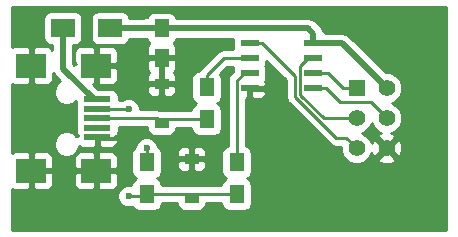
<source format=gtl>
G04 #@! TF.FileFunction,Copper,L1,Top,Signal*
%FSLAX46Y46*%
G04 Gerber Fmt 4.6, Leading zero omitted, Abs format (unit mm)*
G04 Created by KiCad (PCBNEW 4.0.3-stable) date Thursday, December 22, 2016 'PMt' 07:32:28 PM*
%MOMM*%
%LPD*%
G01*
G04 APERTURE LIST*
%ADD10C,0.100000*%
%ADD11C,0.600000*%
%ADD12R,1.250000X1.500000*%
%ADD13R,1.220000X0.910000*%
%ADD14R,2.000000X1.600000*%
%ADD15R,1.550000X0.600000*%
%ADD16R,2.301240X0.500380*%
%ADD17R,2.499360X1.998980*%
%ADD18R,1.300000X1.500000*%
%ADD19R,1.400000X1.400000*%
%ADD20C,1.400000*%
%ADD21C,0.508000*%
%ADD22C,0.254000*%
G04 APERTURE END LIST*
D10*
D11*
X93345000Y-41910000D03*
X87630000Y-45720000D03*
X93345000Y-58420000D03*
X107315000Y-43180000D03*
X107315000Y-58420000D03*
D12*
X85090000Y-43200000D03*
X85090000Y-45700000D03*
D13*
X85090000Y-51165000D03*
X85090000Y-47895000D03*
X87630000Y-57515000D03*
X87630000Y-54245000D03*
D14*
X80740000Y-43180000D03*
X76740000Y-43180000D03*
D15*
X92550000Y-44450000D03*
X92550000Y-45720000D03*
X92550000Y-46990000D03*
X92550000Y-48260000D03*
X97950000Y-48260000D03*
X97950000Y-46990000D03*
X97950000Y-45720000D03*
X97950000Y-44450000D03*
D16*
X79649320Y-49199800D03*
X79649320Y-49999900D03*
X79649320Y-50800000D03*
X79649320Y-51600100D03*
X79649320Y-52400200D03*
D17*
X79550260Y-46349920D03*
X74051160Y-46349920D03*
X79550260Y-55250080D03*
X74051160Y-55250080D03*
D18*
X83820000Y-54530000D03*
X83820000Y-57230000D03*
X88900000Y-48180000D03*
X88900000Y-50880000D03*
X91440000Y-54530000D03*
X91440000Y-57230000D03*
D11*
X74295000Y-43180000D03*
X74295000Y-58420000D03*
D19*
X101600000Y-48260000D03*
D20*
X104140000Y-48260000D03*
X101600000Y-50800000D03*
X104140000Y-50800000D03*
X101600000Y-53340000D03*
X104140000Y-53340000D03*
D11*
X83820000Y-43180000D03*
X83820000Y-53340000D03*
X82296000Y-57404000D03*
X82296000Y-50038000D03*
D21*
X80740000Y-43180000D02*
X83820000Y-43180000D01*
X83820000Y-43180000D02*
X85070000Y-43180000D01*
D22*
X83820000Y-54530000D02*
X83820000Y-53340000D01*
D21*
X104140000Y-48260000D02*
X100330000Y-44450000D01*
X100330000Y-44450000D02*
X97950000Y-44450000D01*
X85090000Y-43200000D02*
X97508000Y-43200000D01*
X97508000Y-43200000D02*
X97950000Y-43642000D01*
X97950000Y-43642000D02*
X97950000Y-44450000D01*
X85070000Y-43180000D02*
X85090000Y-43200000D01*
D22*
X79649320Y-52400200D02*
X79649320Y-55151020D01*
X79649320Y-55151020D02*
X79550260Y-55250080D01*
X88900000Y-50880000D02*
X85375000Y-50880000D01*
X85375000Y-50880000D02*
X85090000Y-51165000D01*
X79649320Y-50800000D02*
X84725000Y-50800000D01*
X84725000Y-50800000D02*
X85090000Y-51165000D01*
X82296000Y-57404000D02*
X83646000Y-57404000D01*
X83646000Y-57404000D02*
X83820000Y-57230000D01*
X79649320Y-49999900D02*
X82257900Y-49999900D01*
X82257900Y-49999900D02*
X82296000Y-50038000D01*
X91440000Y-57230000D02*
X87915000Y-57230000D01*
X87915000Y-57230000D02*
X87630000Y-57515000D01*
X83820000Y-57230000D02*
X87345000Y-57230000D01*
X87345000Y-57230000D02*
X87630000Y-57515000D01*
D21*
X79649320Y-49199800D02*
X79333768Y-49199800D01*
X79333768Y-49199800D02*
X76740000Y-46606032D01*
X76740000Y-46606032D02*
X76740000Y-44488000D01*
X76740000Y-44488000D02*
X76740000Y-43180000D01*
D22*
X92550000Y-44450000D02*
X93579000Y-44450000D01*
X93579000Y-44450000D02*
X96393989Y-47264989D01*
X99860733Y-52476401D02*
X100736401Y-52476401D01*
X96393989Y-47264989D02*
X96393989Y-49009657D01*
X96393989Y-49009657D02*
X99860733Y-52476401D01*
X100736401Y-52476401D02*
X101600000Y-53340000D01*
X88900000Y-48180000D02*
X88900000Y-47176000D01*
X91521000Y-45720000D02*
X92550000Y-45720000D01*
X88900000Y-47176000D02*
X90356000Y-45720000D01*
X90356000Y-45720000D02*
X91521000Y-45720000D01*
X91440000Y-54530000D02*
X91440000Y-47625000D01*
X91440000Y-47625000D02*
X92075000Y-46990000D01*
X92075000Y-46990000D02*
X92550000Y-46990000D01*
X104140000Y-50800000D02*
X102790601Y-49450601D01*
X102790601Y-49450601D02*
X100169601Y-49450601D01*
X98979000Y-48260000D02*
X97950000Y-48260000D01*
X100169601Y-49450601D02*
X98979000Y-48260000D01*
X101600000Y-48260000D02*
X100482400Y-48260000D01*
X100482400Y-48260000D02*
X99212400Y-46990000D01*
X99212400Y-46990000D02*
X98979000Y-46990000D01*
X98979000Y-46990000D02*
X97950000Y-46990000D01*
X101600000Y-50800000D02*
X98826398Y-50800000D01*
X98826398Y-50800000D02*
X96847999Y-48821601D01*
X97475000Y-45720000D02*
X97950000Y-45720000D01*
X96847999Y-48821601D02*
X96847999Y-46347001D01*
X96847999Y-46347001D02*
X97475000Y-45720000D01*
G36*
X109145000Y-60250000D02*
X72465000Y-60250000D01*
X72465000Y-56797514D01*
X72675171Y-56884570D01*
X73765410Y-56884570D01*
X73924160Y-56725820D01*
X73924160Y-55377080D01*
X74178160Y-55377080D01*
X74178160Y-56725820D01*
X74336910Y-56884570D01*
X75427149Y-56884570D01*
X75660538Y-56787897D01*
X75839167Y-56609269D01*
X75935840Y-56375880D01*
X75935840Y-55535830D01*
X77665580Y-55535830D01*
X77665580Y-56375880D01*
X77762253Y-56609269D01*
X77940882Y-56787897D01*
X78174271Y-56884570D01*
X79264510Y-56884570D01*
X79423260Y-56725820D01*
X79423260Y-55377080D01*
X79677260Y-55377080D01*
X79677260Y-56725820D01*
X79836010Y-56884570D01*
X80926249Y-56884570D01*
X81159638Y-56787897D01*
X81338267Y-56609269D01*
X81434940Y-56375880D01*
X81434940Y-55535830D01*
X81276190Y-55377080D01*
X79677260Y-55377080D01*
X79423260Y-55377080D01*
X77824330Y-55377080D01*
X77665580Y-55535830D01*
X75935840Y-55535830D01*
X75777090Y-55377080D01*
X74178160Y-55377080D01*
X73924160Y-55377080D01*
X73904160Y-55377080D01*
X73904160Y-55123080D01*
X73924160Y-55123080D01*
X73924160Y-53774340D01*
X74178160Y-53774340D01*
X74178160Y-55123080D01*
X75777090Y-55123080D01*
X75935840Y-54964330D01*
X75935840Y-54124280D01*
X77665580Y-54124280D01*
X77665580Y-54964330D01*
X77824330Y-55123080D01*
X79423260Y-55123080D01*
X79423260Y-53774340D01*
X79677260Y-53774340D01*
X79677260Y-55123080D01*
X81276190Y-55123080D01*
X81434940Y-54964330D01*
X81434940Y-54124280D01*
X81338267Y-53890891D01*
X81159638Y-53712263D01*
X80926249Y-53615590D01*
X79836010Y-53615590D01*
X79677260Y-53774340D01*
X79423260Y-53774340D01*
X79264510Y-53615590D01*
X78174271Y-53615590D01*
X77940882Y-53712263D01*
X77762253Y-53890891D01*
X77665580Y-54124280D01*
X75935840Y-54124280D01*
X75839167Y-53890891D01*
X75660538Y-53712263D01*
X75427149Y-53615590D01*
X74336910Y-53615590D01*
X74178160Y-53774340D01*
X73924160Y-53774340D01*
X73765410Y-53615590D01*
X72675171Y-53615590D01*
X72465000Y-53702646D01*
X72465000Y-47897354D01*
X72675171Y-47984410D01*
X73765410Y-47984410D01*
X73924160Y-47825660D01*
X73924160Y-46476920D01*
X73904160Y-46476920D01*
X73904160Y-46222920D01*
X73924160Y-46222920D01*
X73924160Y-44874180D01*
X74178160Y-44874180D01*
X74178160Y-46222920D01*
X74198160Y-46222920D01*
X74198160Y-46476920D01*
X74178160Y-46476920D01*
X74178160Y-47825660D01*
X74336910Y-47984410D01*
X75427149Y-47984410D01*
X75660538Y-47887737D01*
X75839167Y-47709109D01*
X75935840Y-47475720D01*
X75935840Y-46971933D01*
X76072193Y-47176000D01*
X76111382Y-47234650D01*
X76522079Y-47645347D01*
X76437337Y-47680362D01*
X76131974Y-47985193D01*
X75966509Y-48383677D01*
X75966132Y-48815150D01*
X76130902Y-49213923D01*
X76435733Y-49519286D01*
X76834217Y-49684751D01*
X77265690Y-49685128D01*
X77664463Y-49520358D01*
X77851260Y-49333886D01*
X77851260Y-49449990D01*
X77880493Y-49605352D01*
X77851260Y-49749710D01*
X77851260Y-50250090D01*
X77880493Y-50405452D01*
X77851260Y-50549810D01*
X77851260Y-51050190D01*
X77880493Y-51205552D01*
X77851260Y-51349910D01*
X77851260Y-51850290D01*
X77877583Y-51990184D01*
X77863700Y-52023700D01*
X77863700Y-52116355D01*
X78008500Y-52261155D01*
X78016249Y-52273198D01*
X77863700Y-52273198D01*
X77863700Y-52278692D01*
X77666067Y-52080714D01*
X77267583Y-51915249D01*
X76836110Y-51914872D01*
X76437337Y-52079642D01*
X76131974Y-52384473D01*
X75966509Y-52782957D01*
X75966132Y-53214430D01*
X76130902Y-53613203D01*
X76435733Y-53918566D01*
X76834217Y-54084031D01*
X77265690Y-54084408D01*
X77664463Y-53919638D01*
X77969826Y-53614807D01*
X78135291Y-53216323D01*
X78135318Y-53185033D01*
X78139002Y-53188717D01*
X78372391Y-53285390D01*
X79363570Y-53285390D01*
X79522320Y-53126640D01*
X79522320Y-52525295D01*
X79776320Y-52525295D01*
X79776320Y-53126640D01*
X79935070Y-53285390D01*
X80926249Y-53285390D01*
X81159638Y-53188717D01*
X81338267Y-53010089D01*
X81434940Y-52776700D01*
X81434940Y-52684045D01*
X81276190Y-52525295D01*
X79776320Y-52525295D01*
X79522320Y-52525295D01*
X79502320Y-52525295D01*
X79502320Y-52497730D01*
X80799940Y-52497730D01*
X81035257Y-52453452D01*
X81251381Y-52314380D01*
X81282588Y-52268707D01*
X81434940Y-52116355D01*
X81434940Y-52023700D01*
X81419710Y-51986931D01*
X81447380Y-51850290D01*
X81447380Y-51562000D01*
X83832560Y-51562000D01*
X83832560Y-51620000D01*
X83876838Y-51855317D01*
X84015910Y-52071441D01*
X84228110Y-52216431D01*
X84480000Y-52267440D01*
X85700000Y-52267440D01*
X85935317Y-52223162D01*
X86151441Y-52084090D01*
X86296431Y-51871890D01*
X86342985Y-51642000D01*
X87604818Y-51642000D01*
X87646838Y-51865317D01*
X87785910Y-52081441D01*
X87998110Y-52226431D01*
X88250000Y-52277440D01*
X89550000Y-52277440D01*
X89785317Y-52233162D01*
X90001441Y-52094090D01*
X90146431Y-51881890D01*
X90197440Y-51630000D01*
X90197440Y-50130000D01*
X90153162Y-49894683D01*
X90014090Y-49678559D01*
X89801890Y-49533569D01*
X89788803Y-49530919D01*
X90001441Y-49394090D01*
X90146431Y-49181890D01*
X90197440Y-48930000D01*
X90197440Y-47430000D01*
X90153162Y-47194683D01*
X90077120Y-47076510D01*
X90671630Y-46482000D01*
X91169681Y-46482000D01*
X91127560Y-46690000D01*
X91127560Y-46859810D01*
X90901185Y-47086185D01*
X90736004Y-47333395D01*
X90678000Y-47625000D01*
X90678000Y-53153634D01*
X90554683Y-53176838D01*
X90338559Y-53315910D01*
X90193569Y-53528110D01*
X90142560Y-53780000D01*
X90142560Y-55280000D01*
X90186838Y-55515317D01*
X90325910Y-55731441D01*
X90538110Y-55876431D01*
X90551197Y-55879081D01*
X90338559Y-56015910D01*
X90193569Y-56228110D01*
X90144990Y-56468000D01*
X88498375Y-56468000D01*
X88491890Y-56463569D01*
X88240000Y-56412560D01*
X87020000Y-56412560D01*
X86784683Y-56456838D01*
X86767337Y-56468000D01*
X85115182Y-56468000D01*
X85073162Y-56244683D01*
X84934090Y-56028559D01*
X84721890Y-55883569D01*
X84708803Y-55880919D01*
X84921441Y-55744090D01*
X85066431Y-55531890D01*
X85117440Y-55280000D01*
X85117440Y-54530750D01*
X86385000Y-54530750D01*
X86385000Y-54826309D01*
X86481673Y-55059698D01*
X86660301Y-55238327D01*
X86893690Y-55335000D01*
X87344250Y-55335000D01*
X87503000Y-55176250D01*
X87503000Y-54372000D01*
X87757000Y-54372000D01*
X87757000Y-55176250D01*
X87915750Y-55335000D01*
X88366310Y-55335000D01*
X88599699Y-55238327D01*
X88778327Y-55059698D01*
X88875000Y-54826309D01*
X88875000Y-54530750D01*
X88716250Y-54372000D01*
X87757000Y-54372000D01*
X87503000Y-54372000D01*
X86543750Y-54372000D01*
X86385000Y-54530750D01*
X85117440Y-54530750D01*
X85117440Y-53780000D01*
X85095555Y-53663691D01*
X86385000Y-53663691D01*
X86385000Y-53959250D01*
X86543750Y-54118000D01*
X87503000Y-54118000D01*
X87503000Y-53313750D01*
X87757000Y-53313750D01*
X87757000Y-54118000D01*
X88716250Y-54118000D01*
X88875000Y-53959250D01*
X88875000Y-53663691D01*
X88778327Y-53430302D01*
X88599699Y-53251673D01*
X88366310Y-53155000D01*
X87915750Y-53155000D01*
X87757000Y-53313750D01*
X87503000Y-53313750D01*
X87344250Y-53155000D01*
X86893690Y-53155000D01*
X86660301Y-53251673D01*
X86481673Y-53430302D01*
X86385000Y-53663691D01*
X85095555Y-53663691D01*
X85073162Y-53544683D01*
X84934090Y-53328559D01*
X84755117Y-53206272D01*
X84755162Y-53154833D01*
X84613117Y-52811057D01*
X84350327Y-52547808D01*
X84006799Y-52405162D01*
X83634833Y-52404838D01*
X83291057Y-52546883D01*
X83027808Y-52809673D01*
X82885162Y-53153201D01*
X82885114Y-53208735D01*
X82718559Y-53315910D01*
X82573569Y-53528110D01*
X82522560Y-53780000D01*
X82522560Y-55280000D01*
X82566838Y-55515317D01*
X82705910Y-55731441D01*
X82918110Y-55876431D01*
X82931197Y-55879081D01*
X82718559Y-56015910D01*
X82573569Y-56228110D01*
X82522560Y-56480000D01*
X82522560Y-56485672D01*
X82482799Y-56469162D01*
X82110833Y-56468838D01*
X81767057Y-56610883D01*
X81503808Y-56873673D01*
X81361162Y-57217201D01*
X81360838Y-57589167D01*
X81502883Y-57932943D01*
X81765673Y-58196192D01*
X82109201Y-58338838D01*
X82481167Y-58339162D01*
X82611798Y-58285187D01*
X82705910Y-58431441D01*
X82918110Y-58576431D01*
X83170000Y-58627440D01*
X84470000Y-58627440D01*
X84705317Y-58583162D01*
X84921441Y-58444090D01*
X85066431Y-58231890D01*
X85115010Y-57992000D01*
X86376700Y-57992000D01*
X86416838Y-58205317D01*
X86555910Y-58421441D01*
X86768110Y-58566431D01*
X87020000Y-58617440D01*
X88240000Y-58617440D01*
X88475317Y-58573162D01*
X88691441Y-58434090D01*
X88836431Y-58221890D01*
X88882985Y-57992000D01*
X90144818Y-57992000D01*
X90186838Y-58215317D01*
X90325910Y-58431441D01*
X90538110Y-58576431D01*
X90790000Y-58627440D01*
X92090000Y-58627440D01*
X92325317Y-58583162D01*
X92541441Y-58444090D01*
X92686431Y-58231890D01*
X92737440Y-57980000D01*
X92737440Y-56480000D01*
X92693162Y-56244683D01*
X92554090Y-56028559D01*
X92341890Y-55883569D01*
X92328803Y-55880919D01*
X92541441Y-55744090D01*
X92686431Y-55531890D01*
X92737440Y-55280000D01*
X92737440Y-53780000D01*
X92693162Y-53544683D01*
X92554090Y-53328559D01*
X92341890Y-53183569D01*
X92202000Y-53155241D01*
X92202000Y-49195000D01*
X92264250Y-49195000D01*
X92423000Y-49036250D01*
X92423000Y-48387000D01*
X92677000Y-48387000D01*
X92677000Y-49036250D01*
X92835750Y-49195000D01*
X93451309Y-49195000D01*
X93684698Y-49098327D01*
X93863327Y-48919699D01*
X93960000Y-48686310D01*
X93960000Y-48545750D01*
X93801250Y-48387000D01*
X92677000Y-48387000D01*
X92423000Y-48387000D01*
X92403000Y-48387000D01*
X92403000Y-48133000D01*
X92423000Y-48133000D01*
X92423000Y-48113000D01*
X92677000Y-48113000D01*
X92677000Y-48133000D01*
X93801250Y-48133000D01*
X93960000Y-47974250D01*
X93960000Y-47833690D01*
X93870194Y-47616878D01*
X93921431Y-47541890D01*
X93972440Y-47290000D01*
X93972440Y-46690000D01*
X93928162Y-46454683D01*
X93864322Y-46355472D01*
X93921431Y-46271890D01*
X93972440Y-46020000D01*
X93972440Y-45921070D01*
X95631989Y-47580620D01*
X95631989Y-49009657D01*
X95689993Y-49301262D01*
X95836389Y-49520358D01*
X95855174Y-49548472D01*
X99321917Y-53015216D01*
X99528426Y-53153201D01*
X99569128Y-53180397D01*
X99860733Y-53238401D01*
X100265088Y-53238401D01*
X100264769Y-53604383D01*
X100467582Y-54095229D01*
X100842796Y-54471098D01*
X101333287Y-54674768D01*
X101864383Y-54675231D01*
X102355229Y-54472418D01*
X102552716Y-54275275D01*
X103384331Y-54275275D01*
X103446169Y-54511042D01*
X103947122Y-54687419D01*
X104477440Y-54658664D01*
X104833831Y-54511042D01*
X104895669Y-54275275D01*
X104140000Y-53519605D01*
X103384331Y-54275275D01*
X102552716Y-54275275D01*
X102731098Y-54097204D01*
X102863316Y-53778788D01*
X102968958Y-54033831D01*
X103204725Y-54095669D01*
X103960395Y-53340000D01*
X104319605Y-53340000D01*
X105075275Y-54095669D01*
X105311042Y-54033831D01*
X105487419Y-53532878D01*
X105458664Y-53002560D01*
X105311042Y-52646169D01*
X105075275Y-52584331D01*
X104319605Y-53340000D01*
X103960395Y-53340000D01*
X103204725Y-52584331D01*
X102968958Y-52646169D01*
X102871804Y-52922111D01*
X102732418Y-52584771D01*
X102357204Y-52208902D01*
X102022473Y-52069909D01*
X102355229Y-51932418D01*
X102731098Y-51557204D01*
X102870091Y-51222473D01*
X103007582Y-51555229D01*
X103382796Y-51931098D01*
X103701212Y-52063316D01*
X103446169Y-52168958D01*
X103384331Y-52404725D01*
X104140000Y-53160395D01*
X104895669Y-52404725D01*
X104833831Y-52168958D01*
X104557889Y-52071804D01*
X104895229Y-51932418D01*
X105271098Y-51557204D01*
X105474768Y-51066713D01*
X105475231Y-50535617D01*
X105272418Y-50044771D01*
X104897204Y-49668902D01*
X104562473Y-49529909D01*
X104895229Y-49392418D01*
X105271098Y-49017204D01*
X105474768Y-48526713D01*
X105475231Y-47995617D01*
X105272418Y-47504771D01*
X104897204Y-47128902D01*
X104406713Y-46925232D01*
X104062168Y-46924932D01*
X100958618Y-43821382D01*
X100845807Y-43746004D01*
X100670206Y-43628671D01*
X100330000Y-43561000D01*
X98987766Y-43561000D01*
X98976890Y-43553569D01*
X98814884Y-43520762D01*
X98771329Y-43301794D01*
X98578618Y-43013382D01*
X98136618Y-42571382D01*
X97861880Y-42387808D01*
X97848206Y-42378671D01*
X97508000Y-42311000D01*
X86336285Y-42311000D01*
X86318162Y-42214683D01*
X86179090Y-41998559D01*
X85966890Y-41853569D01*
X85715000Y-41802560D01*
X84465000Y-41802560D01*
X84229683Y-41846838D01*
X84013559Y-41985910D01*
X83868569Y-42198110D01*
X83859067Y-42245033D01*
X83634833Y-42244838D01*
X83523112Y-42291000D01*
X82370693Y-42291000D01*
X82343162Y-42144683D01*
X82204090Y-41928559D01*
X81991890Y-41783569D01*
X81740000Y-41732560D01*
X79740000Y-41732560D01*
X79504683Y-41776838D01*
X79288559Y-41915910D01*
X79143569Y-42128110D01*
X79092560Y-42380000D01*
X79092560Y-43980000D01*
X79136838Y-44215317D01*
X79275910Y-44431441D01*
X79488110Y-44576431D01*
X79740000Y-44627440D01*
X81740000Y-44627440D01*
X81975317Y-44583162D01*
X82191441Y-44444090D01*
X82336431Y-44231890D01*
X82369417Y-44069000D01*
X83522811Y-44069000D01*
X83633201Y-44114838D01*
X83848612Y-44115026D01*
X83861838Y-44185317D01*
X84000910Y-44401441D01*
X84069006Y-44447969D01*
X83926673Y-44590302D01*
X83830000Y-44823691D01*
X83830000Y-45414250D01*
X83988750Y-45573000D01*
X84963000Y-45573000D01*
X84963000Y-45553000D01*
X85217000Y-45553000D01*
X85217000Y-45573000D01*
X86191250Y-45573000D01*
X86350000Y-45414250D01*
X86350000Y-44823691D01*
X86253327Y-44590302D01*
X86112090Y-44449064D01*
X86166441Y-44414090D01*
X86311431Y-44201890D01*
X86334292Y-44089000D01*
X91139913Y-44089000D01*
X91127560Y-44150000D01*
X91127560Y-44750000D01*
X91166698Y-44958000D01*
X90356000Y-44958000D01*
X90064395Y-45016004D01*
X89970687Y-45078618D01*
X89817185Y-45181185D01*
X88361185Y-46637185D01*
X88264048Y-46782560D01*
X88250000Y-46782560D01*
X88014683Y-46826838D01*
X87798559Y-46965910D01*
X87653569Y-47178110D01*
X87602560Y-47430000D01*
X87602560Y-48930000D01*
X87646838Y-49165317D01*
X87785910Y-49381441D01*
X87998110Y-49526431D01*
X88011197Y-49529081D01*
X87798559Y-49665910D01*
X87653569Y-49878110D01*
X87604990Y-50118000D01*
X85958375Y-50118000D01*
X85951890Y-50113569D01*
X85700000Y-50062560D01*
X84848471Y-50062560D01*
X84725000Y-50038000D01*
X83231001Y-50038000D01*
X83231162Y-49852833D01*
X83089117Y-49509057D01*
X82826327Y-49245808D01*
X82482799Y-49103162D01*
X82110833Y-49102838D01*
X81783957Y-49237900D01*
X81447380Y-49237900D01*
X81447380Y-48949610D01*
X81403102Y-48714293D01*
X81264030Y-48498169D01*
X81051830Y-48353179D01*
X80799940Y-48302170D01*
X79693374Y-48302170D01*
X79571954Y-48180750D01*
X83845000Y-48180750D01*
X83845000Y-48476309D01*
X83941673Y-48709698D01*
X84120301Y-48888327D01*
X84353690Y-48985000D01*
X84804250Y-48985000D01*
X84963000Y-48826250D01*
X84963000Y-48022000D01*
X85217000Y-48022000D01*
X85217000Y-48826250D01*
X85375750Y-48985000D01*
X85826310Y-48985000D01*
X86059699Y-48888327D01*
X86238327Y-48709698D01*
X86335000Y-48476309D01*
X86335000Y-48180750D01*
X86176250Y-48022000D01*
X85217000Y-48022000D01*
X84963000Y-48022000D01*
X84003750Y-48022000D01*
X83845000Y-48180750D01*
X79571954Y-48180750D01*
X79320062Y-47928858D01*
X79423260Y-47825660D01*
X79423260Y-46476920D01*
X79677260Y-46476920D01*
X79677260Y-47825660D01*
X79836010Y-47984410D01*
X80926249Y-47984410D01*
X81159638Y-47887737D01*
X81338267Y-47709109D01*
X81434940Y-47475720D01*
X81434940Y-46635670D01*
X81276190Y-46476920D01*
X79677260Y-46476920D01*
X79423260Y-46476920D01*
X79403260Y-46476920D01*
X79403260Y-46222920D01*
X79423260Y-46222920D01*
X79423260Y-44874180D01*
X79677260Y-44874180D01*
X79677260Y-46222920D01*
X81276190Y-46222920D01*
X81434940Y-46064170D01*
X81434940Y-45985750D01*
X83830000Y-45985750D01*
X83830000Y-46576309D01*
X83926673Y-46809698D01*
X84069474Y-46952500D01*
X83941673Y-47080302D01*
X83845000Y-47313691D01*
X83845000Y-47609250D01*
X84003750Y-47768000D01*
X84963000Y-47768000D01*
X84963000Y-46963750D01*
X84944250Y-46945000D01*
X84963000Y-46926250D01*
X84963000Y-45827000D01*
X85217000Y-45827000D01*
X85217000Y-46926250D01*
X85235750Y-46945000D01*
X85217000Y-46963750D01*
X85217000Y-47768000D01*
X86176250Y-47768000D01*
X86335000Y-47609250D01*
X86335000Y-47313691D01*
X86238327Y-47080302D01*
X86110526Y-46952500D01*
X86253327Y-46809698D01*
X86350000Y-46576309D01*
X86350000Y-45985750D01*
X86191250Y-45827000D01*
X85217000Y-45827000D01*
X84963000Y-45827000D01*
X83988750Y-45827000D01*
X83830000Y-45985750D01*
X81434940Y-45985750D01*
X81434940Y-45224120D01*
X81338267Y-44990731D01*
X81159638Y-44812103D01*
X80926249Y-44715430D01*
X79836010Y-44715430D01*
X79677260Y-44874180D01*
X79423260Y-44874180D01*
X79264510Y-44715430D01*
X78174271Y-44715430D01*
X77940882Y-44812103D01*
X77762253Y-44990731D01*
X77665580Y-45224120D01*
X77665580Y-46064170D01*
X77824328Y-46222918D01*
X77665580Y-46222918D01*
X77665580Y-46274376D01*
X77629000Y-46237796D01*
X77629000Y-44627440D01*
X77740000Y-44627440D01*
X77975317Y-44583162D01*
X78191441Y-44444090D01*
X78336431Y-44231890D01*
X78387440Y-43980000D01*
X78387440Y-42380000D01*
X78343162Y-42144683D01*
X78204090Y-41928559D01*
X77991890Y-41783569D01*
X77740000Y-41732560D01*
X75740000Y-41732560D01*
X75504683Y-41776838D01*
X75288559Y-41915910D01*
X75143569Y-42128110D01*
X75092560Y-42380000D01*
X75092560Y-43980000D01*
X75136838Y-44215317D01*
X75275910Y-44431441D01*
X75488110Y-44576431D01*
X75740000Y-44627440D01*
X75851000Y-44627440D01*
X75851000Y-45019298D01*
X75839167Y-44990731D01*
X75660538Y-44812103D01*
X75427149Y-44715430D01*
X74336910Y-44715430D01*
X74178160Y-44874180D01*
X73924160Y-44874180D01*
X73765410Y-44715430D01*
X72675171Y-44715430D01*
X72465000Y-44802486D01*
X72465000Y-41350000D01*
X109145000Y-41350000D01*
X109145000Y-60250000D01*
X109145000Y-60250000D01*
G37*
X109145000Y-60250000D02*
X72465000Y-60250000D01*
X72465000Y-56797514D01*
X72675171Y-56884570D01*
X73765410Y-56884570D01*
X73924160Y-56725820D01*
X73924160Y-55377080D01*
X74178160Y-55377080D01*
X74178160Y-56725820D01*
X74336910Y-56884570D01*
X75427149Y-56884570D01*
X75660538Y-56787897D01*
X75839167Y-56609269D01*
X75935840Y-56375880D01*
X75935840Y-55535830D01*
X77665580Y-55535830D01*
X77665580Y-56375880D01*
X77762253Y-56609269D01*
X77940882Y-56787897D01*
X78174271Y-56884570D01*
X79264510Y-56884570D01*
X79423260Y-56725820D01*
X79423260Y-55377080D01*
X79677260Y-55377080D01*
X79677260Y-56725820D01*
X79836010Y-56884570D01*
X80926249Y-56884570D01*
X81159638Y-56787897D01*
X81338267Y-56609269D01*
X81434940Y-56375880D01*
X81434940Y-55535830D01*
X81276190Y-55377080D01*
X79677260Y-55377080D01*
X79423260Y-55377080D01*
X77824330Y-55377080D01*
X77665580Y-55535830D01*
X75935840Y-55535830D01*
X75777090Y-55377080D01*
X74178160Y-55377080D01*
X73924160Y-55377080D01*
X73904160Y-55377080D01*
X73904160Y-55123080D01*
X73924160Y-55123080D01*
X73924160Y-53774340D01*
X74178160Y-53774340D01*
X74178160Y-55123080D01*
X75777090Y-55123080D01*
X75935840Y-54964330D01*
X75935840Y-54124280D01*
X77665580Y-54124280D01*
X77665580Y-54964330D01*
X77824330Y-55123080D01*
X79423260Y-55123080D01*
X79423260Y-53774340D01*
X79677260Y-53774340D01*
X79677260Y-55123080D01*
X81276190Y-55123080D01*
X81434940Y-54964330D01*
X81434940Y-54124280D01*
X81338267Y-53890891D01*
X81159638Y-53712263D01*
X80926249Y-53615590D01*
X79836010Y-53615590D01*
X79677260Y-53774340D01*
X79423260Y-53774340D01*
X79264510Y-53615590D01*
X78174271Y-53615590D01*
X77940882Y-53712263D01*
X77762253Y-53890891D01*
X77665580Y-54124280D01*
X75935840Y-54124280D01*
X75839167Y-53890891D01*
X75660538Y-53712263D01*
X75427149Y-53615590D01*
X74336910Y-53615590D01*
X74178160Y-53774340D01*
X73924160Y-53774340D01*
X73765410Y-53615590D01*
X72675171Y-53615590D01*
X72465000Y-53702646D01*
X72465000Y-47897354D01*
X72675171Y-47984410D01*
X73765410Y-47984410D01*
X73924160Y-47825660D01*
X73924160Y-46476920D01*
X73904160Y-46476920D01*
X73904160Y-46222920D01*
X73924160Y-46222920D01*
X73924160Y-44874180D01*
X74178160Y-44874180D01*
X74178160Y-46222920D01*
X74198160Y-46222920D01*
X74198160Y-46476920D01*
X74178160Y-46476920D01*
X74178160Y-47825660D01*
X74336910Y-47984410D01*
X75427149Y-47984410D01*
X75660538Y-47887737D01*
X75839167Y-47709109D01*
X75935840Y-47475720D01*
X75935840Y-46971933D01*
X76072193Y-47176000D01*
X76111382Y-47234650D01*
X76522079Y-47645347D01*
X76437337Y-47680362D01*
X76131974Y-47985193D01*
X75966509Y-48383677D01*
X75966132Y-48815150D01*
X76130902Y-49213923D01*
X76435733Y-49519286D01*
X76834217Y-49684751D01*
X77265690Y-49685128D01*
X77664463Y-49520358D01*
X77851260Y-49333886D01*
X77851260Y-49449990D01*
X77880493Y-49605352D01*
X77851260Y-49749710D01*
X77851260Y-50250090D01*
X77880493Y-50405452D01*
X77851260Y-50549810D01*
X77851260Y-51050190D01*
X77880493Y-51205552D01*
X77851260Y-51349910D01*
X77851260Y-51850290D01*
X77877583Y-51990184D01*
X77863700Y-52023700D01*
X77863700Y-52116355D01*
X78008500Y-52261155D01*
X78016249Y-52273198D01*
X77863700Y-52273198D01*
X77863700Y-52278692D01*
X77666067Y-52080714D01*
X77267583Y-51915249D01*
X76836110Y-51914872D01*
X76437337Y-52079642D01*
X76131974Y-52384473D01*
X75966509Y-52782957D01*
X75966132Y-53214430D01*
X76130902Y-53613203D01*
X76435733Y-53918566D01*
X76834217Y-54084031D01*
X77265690Y-54084408D01*
X77664463Y-53919638D01*
X77969826Y-53614807D01*
X78135291Y-53216323D01*
X78135318Y-53185033D01*
X78139002Y-53188717D01*
X78372391Y-53285390D01*
X79363570Y-53285390D01*
X79522320Y-53126640D01*
X79522320Y-52525295D01*
X79776320Y-52525295D01*
X79776320Y-53126640D01*
X79935070Y-53285390D01*
X80926249Y-53285390D01*
X81159638Y-53188717D01*
X81338267Y-53010089D01*
X81434940Y-52776700D01*
X81434940Y-52684045D01*
X81276190Y-52525295D01*
X79776320Y-52525295D01*
X79522320Y-52525295D01*
X79502320Y-52525295D01*
X79502320Y-52497730D01*
X80799940Y-52497730D01*
X81035257Y-52453452D01*
X81251381Y-52314380D01*
X81282588Y-52268707D01*
X81434940Y-52116355D01*
X81434940Y-52023700D01*
X81419710Y-51986931D01*
X81447380Y-51850290D01*
X81447380Y-51562000D01*
X83832560Y-51562000D01*
X83832560Y-51620000D01*
X83876838Y-51855317D01*
X84015910Y-52071441D01*
X84228110Y-52216431D01*
X84480000Y-52267440D01*
X85700000Y-52267440D01*
X85935317Y-52223162D01*
X86151441Y-52084090D01*
X86296431Y-51871890D01*
X86342985Y-51642000D01*
X87604818Y-51642000D01*
X87646838Y-51865317D01*
X87785910Y-52081441D01*
X87998110Y-52226431D01*
X88250000Y-52277440D01*
X89550000Y-52277440D01*
X89785317Y-52233162D01*
X90001441Y-52094090D01*
X90146431Y-51881890D01*
X90197440Y-51630000D01*
X90197440Y-50130000D01*
X90153162Y-49894683D01*
X90014090Y-49678559D01*
X89801890Y-49533569D01*
X89788803Y-49530919D01*
X90001441Y-49394090D01*
X90146431Y-49181890D01*
X90197440Y-48930000D01*
X90197440Y-47430000D01*
X90153162Y-47194683D01*
X90077120Y-47076510D01*
X90671630Y-46482000D01*
X91169681Y-46482000D01*
X91127560Y-46690000D01*
X91127560Y-46859810D01*
X90901185Y-47086185D01*
X90736004Y-47333395D01*
X90678000Y-47625000D01*
X90678000Y-53153634D01*
X90554683Y-53176838D01*
X90338559Y-53315910D01*
X90193569Y-53528110D01*
X90142560Y-53780000D01*
X90142560Y-55280000D01*
X90186838Y-55515317D01*
X90325910Y-55731441D01*
X90538110Y-55876431D01*
X90551197Y-55879081D01*
X90338559Y-56015910D01*
X90193569Y-56228110D01*
X90144990Y-56468000D01*
X88498375Y-56468000D01*
X88491890Y-56463569D01*
X88240000Y-56412560D01*
X87020000Y-56412560D01*
X86784683Y-56456838D01*
X86767337Y-56468000D01*
X85115182Y-56468000D01*
X85073162Y-56244683D01*
X84934090Y-56028559D01*
X84721890Y-55883569D01*
X84708803Y-55880919D01*
X84921441Y-55744090D01*
X85066431Y-55531890D01*
X85117440Y-55280000D01*
X85117440Y-54530750D01*
X86385000Y-54530750D01*
X86385000Y-54826309D01*
X86481673Y-55059698D01*
X86660301Y-55238327D01*
X86893690Y-55335000D01*
X87344250Y-55335000D01*
X87503000Y-55176250D01*
X87503000Y-54372000D01*
X87757000Y-54372000D01*
X87757000Y-55176250D01*
X87915750Y-55335000D01*
X88366310Y-55335000D01*
X88599699Y-55238327D01*
X88778327Y-55059698D01*
X88875000Y-54826309D01*
X88875000Y-54530750D01*
X88716250Y-54372000D01*
X87757000Y-54372000D01*
X87503000Y-54372000D01*
X86543750Y-54372000D01*
X86385000Y-54530750D01*
X85117440Y-54530750D01*
X85117440Y-53780000D01*
X85095555Y-53663691D01*
X86385000Y-53663691D01*
X86385000Y-53959250D01*
X86543750Y-54118000D01*
X87503000Y-54118000D01*
X87503000Y-53313750D01*
X87757000Y-53313750D01*
X87757000Y-54118000D01*
X88716250Y-54118000D01*
X88875000Y-53959250D01*
X88875000Y-53663691D01*
X88778327Y-53430302D01*
X88599699Y-53251673D01*
X88366310Y-53155000D01*
X87915750Y-53155000D01*
X87757000Y-53313750D01*
X87503000Y-53313750D01*
X87344250Y-53155000D01*
X86893690Y-53155000D01*
X86660301Y-53251673D01*
X86481673Y-53430302D01*
X86385000Y-53663691D01*
X85095555Y-53663691D01*
X85073162Y-53544683D01*
X84934090Y-53328559D01*
X84755117Y-53206272D01*
X84755162Y-53154833D01*
X84613117Y-52811057D01*
X84350327Y-52547808D01*
X84006799Y-52405162D01*
X83634833Y-52404838D01*
X83291057Y-52546883D01*
X83027808Y-52809673D01*
X82885162Y-53153201D01*
X82885114Y-53208735D01*
X82718559Y-53315910D01*
X82573569Y-53528110D01*
X82522560Y-53780000D01*
X82522560Y-55280000D01*
X82566838Y-55515317D01*
X82705910Y-55731441D01*
X82918110Y-55876431D01*
X82931197Y-55879081D01*
X82718559Y-56015910D01*
X82573569Y-56228110D01*
X82522560Y-56480000D01*
X82522560Y-56485672D01*
X82482799Y-56469162D01*
X82110833Y-56468838D01*
X81767057Y-56610883D01*
X81503808Y-56873673D01*
X81361162Y-57217201D01*
X81360838Y-57589167D01*
X81502883Y-57932943D01*
X81765673Y-58196192D01*
X82109201Y-58338838D01*
X82481167Y-58339162D01*
X82611798Y-58285187D01*
X82705910Y-58431441D01*
X82918110Y-58576431D01*
X83170000Y-58627440D01*
X84470000Y-58627440D01*
X84705317Y-58583162D01*
X84921441Y-58444090D01*
X85066431Y-58231890D01*
X85115010Y-57992000D01*
X86376700Y-57992000D01*
X86416838Y-58205317D01*
X86555910Y-58421441D01*
X86768110Y-58566431D01*
X87020000Y-58617440D01*
X88240000Y-58617440D01*
X88475317Y-58573162D01*
X88691441Y-58434090D01*
X88836431Y-58221890D01*
X88882985Y-57992000D01*
X90144818Y-57992000D01*
X90186838Y-58215317D01*
X90325910Y-58431441D01*
X90538110Y-58576431D01*
X90790000Y-58627440D01*
X92090000Y-58627440D01*
X92325317Y-58583162D01*
X92541441Y-58444090D01*
X92686431Y-58231890D01*
X92737440Y-57980000D01*
X92737440Y-56480000D01*
X92693162Y-56244683D01*
X92554090Y-56028559D01*
X92341890Y-55883569D01*
X92328803Y-55880919D01*
X92541441Y-55744090D01*
X92686431Y-55531890D01*
X92737440Y-55280000D01*
X92737440Y-53780000D01*
X92693162Y-53544683D01*
X92554090Y-53328559D01*
X92341890Y-53183569D01*
X92202000Y-53155241D01*
X92202000Y-49195000D01*
X92264250Y-49195000D01*
X92423000Y-49036250D01*
X92423000Y-48387000D01*
X92677000Y-48387000D01*
X92677000Y-49036250D01*
X92835750Y-49195000D01*
X93451309Y-49195000D01*
X93684698Y-49098327D01*
X93863327Y-48919699D01*
X93960000Y-48686310D01*
X93960000Y-48545750D01*
X93801250Y-48387000D01*
X92677000Y-48387000D01*
X92423000Y-48387000D01*
X92403000Y-48387000D01*
X92403000Y-48133000D01*
X92423000Y-48133000D01*
X92423000Y-48113000D01*
X92677000Y-48113000D01*
X92677000Y-48133000D01*
X93801250Y-48133000D01*
X93960000Y-47974250D01*
X93960000Y-47833690D01*
X93870194Y-47616878D01*
X93921431Y-47541890D01*
X93972440Y-47290000D01*
X93972440Y-46690000D01*
X93928162Y-46454683D01*
X93864322Y-46355472D01*
X93921431Y-46271890D01*
X93972440Y-46020000D01*
X93972440Y-45921070D01*
X95631989Y-47580620D01*
X95631989Y-49009657D01*
X95689993Y-49301262D01*
X95836389Y-49520358D01*
X95855174Y-49548472D01*
X99321917Y-53015216D01*
X99528426Y-53153201D01*
X99569128Y-53180397D01*
X99860733Y-53238401D01*
X100265088Y-53238401D01*
X100264769Y-53604383D01*
X100467582Y-54095229D01*
X100842796Y-54471098D01*
X101333287Y-54674768D01*
X101864383Y-54675231D01*
X102355229Y-54472418D01*
X102552716Y-54275275D01*
X103384331Y-54275275D01*
X103446169Y-54511042D01*
X103947122Y-54687419D01*
X104477440Y-54658664D01*
X104833831Y-54511042D01*
X104895669Y-54275275D01*
X104140000Y-53519605D01*
X103384331Y-54275275D01*
X102552716Y-54275275D01*
X102731098Y-54097204D01*
X102863316Y-53778788D01*
X102968958Y-54033831D01*
X103204725Y-54095669D01*
X103960395Y-53340000D01*
X104319605Y-53340000D01*
X105075275Y-54095669D01*
X105311042Y-54033831D01*
X105487419Y-53532878D01*
X105458664Y-53002560D01*
X105311042Y-52646169D01*
X105075275Y-52584331D01*
X104319605Y-53340000D01*
X103960395Y-53340000D01*
X103204725Y-52584331D01*
X102968958Y-52646169D01*
X102871804Y-52922111D01*
X102732418Y-52584771D01*
X102357204Y-52208902D01*
X102022473Y-52069909D01*
X102355229Y-51932418D01*
X102731098Y-51557204D01*
X102870091Y-51222473D01*
X103007582Y-51555229D01*
X103382796Y-51931098D01*
X103701212Y-52063316D01*
X103446169Y-52168958D01*
X103384331Y-52404725D01*
X104140000Y-53160395D01*
X104895669Y-52404725D01*
X104833831Y-52168958D01*
X104557889Y-52071804D01*
X104895229Y-51932418D01*
X105271098Y-51557204D01*
X105474768Y-51066713D01*
X105475231Y-50535617D01*
X105272418Y-50044771D01*
X104897204Y-49668902D01*
X104562473Y-49529909D01*
X104895229Y-49392418D01*
X105271098Y-49017204D01*
X105474768Y-48526713D01*
X105475231Y-47995617D01*
X105272418Y-47504771D01*
X104897204Y-47128902D01*
X104406713Y-46925232D01*
X104062168Y-46924932D01*
X100958618Y-43821382D01*
X100845807Y-43746004D01*
X100670206Y-43628671D01*
X100330000Y-43561000D01*
X98987766Y-43561000D01*
X98976890Y-43553569D01*
X98814884Y-43520762D01*
X98771329Y-43301794D01*
X98578618Y-43013382D01*
X98136618Y-42571382D01*
X97861880Y-42387808D01*
X97848206Y-42378671D01*
X97508000Y-42311000D01*
X86336285Y-42311000D01*
X86318162Y-42214683D01*
X86179090Y-41998559D01*
X85966890Y-41853569D01*
X85715000Y-41802560D01*
X84465000Y-41802560D01*
X84229683Y-41846838D01*
X84013559Y-41985910D01*
X83868569Y-42198110D01*
X83859067Y-42245033D01*
X83634833Y-42244838D01*
X83523112Y-42291000D01*
X82370693Y-42291000D01*
X82343162Y-42144683D01*
X82204090Y-41928559D01*
X81991890Y-41783569D01*
X81740000Y-41732560D01*
X79740000Y-41732560D01*
X79504683Y-41776838D01*
X79288559Y-41915910D01*
X79143569Y-42128110D01*
X79092560Y-42380000D01*
X79092560Y-43980000D01*
X79136838Y-44215317D01*
X79275910Y-44431441D01*
X79488110Y-44576431D01*
X79740000Y-44627440D01*
X81740000Y-44627440D01*
X81975317Y-44583162D01*
X82191441Y-44444090D01*
X82336431Y-44231890D01*
X82369417Y-44069000D01*
X83522811Y-44069000D01*
X83633201Y-44114838D01*
X83848612Y-44115026D01*
X83861838Y-44185317D01*
X84000910Y-44401441D01*
X84069006Y-44447969D01*
X83926673Y-44590302D01*
X83830000Y-44823691D01*
X83830000Y-45414250D01*
X83988750Y-45573000D01*
X84963000Y-45573000D01*
X84963000Y-45553000D01*
X85217000Y-45553000D01*
X85217000Y-45573000D01*
X86191250Y-45573000D01*
X86350000Y-45414250D01*
X86350000Y-44823691D01*
X86253327Y-44590302D01*
X86112090Y-44449064D01*
X86166441Y-44414090D01*
X86311431Y-44201890D01*
X86334292Y-44089000D01*
X91139913Y-44089000D01*
X91127560Y-44150000D01*
X91127560Y-44750000D01*
X91166698Y-44958000D01*
X90356000Y-44958000D01*
X90064395Y-45016004D01*
X89970687Y-45078618D01*
X89817185Y-45181185D01*
X88361185Y-46637185D01*
X88264048Y-46782560D01*
X88250000Y-46782560D01*
X88014683Y-46826838D01*
X87798559Y-46965910D01*
X87653569Y-47178110D01*
X87602560Y-47430000D01*
X87602560Y-48930000D01*
X87646838Y-49165317D01*
X87785910Y-49381441D01*
X87998110Y-49526431D01*
X88011197Y-49529081D01*
X87798559Y-49665910D01*
X87653569Y-49878110D01*
X87604990Y-50118000D01*
X85958375Y-50118000D01*
X85951890Y-50113569D01*
X85700000Y-50062560D01*
X84848471Y-50062560D01*
X84725000Y-50038000D01*
X83231001Y-50038000D01*
X83231162Y-49852833D01*
X83089117Y-49509057D01*
X82826327Y-49245808D01*
X82482799Y-49103162D01*
X82110833Y-49102838D01*
X81783957Y-49237900D01*
X81447380Y-49237900D01*
X81447380Y-48949610D01*
X81403102Y-48714293D01*
X81264030Y-48498169D01*
X81051830Y-48353179D01*
X80799940Y-48302170D01*
X79693374Y-48302170D01*
X79571954Y-48180750D01*
X83845000Y-48180750D01*
X83845000Y-48476309D01*
X83941673Y-48709698D01*
X84120301Y-48888327D01*
X84353690Y-48985000D01*
X84804250Y-48985000D01*
X84963000Y-48826250D01*
X84963000Y-48022000D01*
X85217000Y-48022000D01*
X85217000Y-48826250D01*
X85375750Y-48985000D01*
X85826310Y-48985000D01*
X86059699Y-48888327D01*
X86238327Y-48709698D01*
X86335000Y-48476309D01*
X86335000Y-48180750D01*
X86176250Y-48022000D01*
X85217000Y-48022000D01*
X84963000Y-48022000D01*
X84003750Y-48022000D01*
X83845000Y-48180750D01*
X79571954Y-48180750D01*
X79320062Y-47928858D01*
X79423260Y-47825660D01*
X79423260Y-46476920D01*
X79677260Y-46476920D01*
X79677260Y-47825660D01*
X79836010Y-47984410D01*
X80926249Y-47984410D01*
X81159638Y-47887737D01*
X81338267Y-47709109D01*
X81434940Y-47475720D01*
X81434940Y-46635670D01*
X81276190Y-46476920D01*
X79677260Y-46476920D01*
X79423260Y-46476920D01*
X79403260Y-46476920D01*
X79403260Y-46222920D01*
X79423260Y-46222920D01*
X79423260Y-44874180D01*
X79677260Y-44874180D01*
X79677260Y-46222920D01*
X81276190Y-46222920D01*
X81434940Y-46064170D01*
X81434940Y-45985750D01*
X83830000Y-45985750D01*
X83830000Y-46576309D01*
X83926673Y-46809698D01*
X84069474Y-46952500D01*
X83941673Y-47080302D01*
X83845000Y-47313691D01*
X83845000Y-47609250D01*
X84003750Y-47768000D01*
X84963000Y-47768000D01*
X84963000Y-46963750D01*
X84944250Y-46945000D01*
X84963000Y-46926250D01*
X84963000Y-45827000D01*
X85217000Y-45827000D01*
X85217000Y-46926250D01*
X85235750Y-46945000D01*
X85217000Y-46963750D01*
X85217000Y-47768000D01*
X86176250Y-47768000D01*
X86335000Y-47609250D01*
X86335000Y-47313691D01*
X86238327Y-47080302D01*
X86110526Y-46952500D01*
X86253327Y-46809698D01*
X86350000Y-46576309D01*
X86350000Y-45985750D01*
X86191250Y-45827000D01*
X85217000Y-45827000D01*
X84963000Y-45827000D01*
X83988750Y-45827000D01*
X83830000Y-45985750D01*
X81434940Y-45985750D01*
X81434940Y-45224120D01*
X81338267Y-44990731D01*
X81159638Y-44812103D01*
X80926249Y-44715430D01*
X79836010Y-44715430D01*
X79677260Y-44874180D01*
X79423260Y-44874180D01*
X79264510Y-44715430D01*
X78174271Y-44715430D01*
X77940882Y-44812103D01*
X77762253Y-44990731D01*
X77665580Y-45224120D01*
X77665580Y-46064170D01*
X77824328Y-46222918D01*
X77665580Y-46222918D01*
X77665580Y-46274376D01*
X77629000Y-46237796D01*
X77629000Y-44627440D01*
X77740000Y-44627440D01*
X77975317Y-44583162D01*
X78191441Y-44444090D01*
X78336431Y-44231890D01*
X78387440Y-43980000D01*
X78387440Y-42380000D01*
X78343162Y-42144683D01*
X78204090Y-41928559D01*
X77991890Y-41783569D01*
X77740000Y-41732560D01*
X75740000Y-41732560D01*
X75504683Y-41776838D01*
X75288559Y-41915910D01*
X75143569Y-42128110D01*
X75092560Y-42380000D01*
X75092560Y-43980000D01*
X75136838Y-44215317D01*
X75275910Y-44431441D01*
X75488110Y-44576431D01*
X75740000Y-44627440D01*
X75851000Y-44627440D01*
X75851000Y-45019298D01*
X75839167Y-44990731D01*
X75660538Y-44812103D01*
X75427149Y-44715430D01*
X74336910Y-44715430D01*
X74178160Y-44874180D01*
X73924160Y-44874180D01*
X73765410Y-44715430D01*
X72675171Y-44715430D01*
X72465000Y-44802486D01*
X72465000Y-41350000D01*
X109145000Y-41350000D01*
X109145000Y-60250000D01*
M02*

</source>
